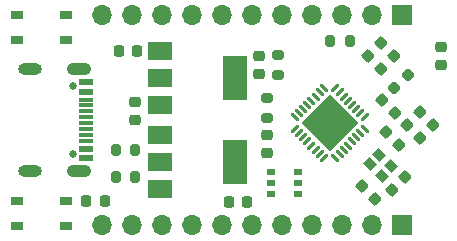
<source format=gbr>
%TF.GenerationSoftware,KiCad,Pcbnew,(6.0.5-0)*%
%TF.CreationDate,2022-07-11T15:01:11+02:00*%
%TF.ProjectId,ESP32-C3_breakout,45535033-322d-4433-935f-627265616b6f,rev?*%
%TF.SameCoordinates,Original*%
%TF.FileFunction,Soldermask,Top*%
%TF.FilePolarity,Negative*%
%FSLAX46Y46*%
G04 Gerber Fmt 4.6, Leading zero omitted, Abs format (unit mm)*
G04 Created by KiCad (PCBNEW (6.0.5-0)) date 2022-07-11 15:01:11*
%MOMM*%
%LPD*%
G01*
G04 APERTURE LIST*
G04 Aperture macros list*
%AMRoundRect*
0 Rectangle with rounded corners*
0 $1 Rounding radius*
0 $2 $3 $4 $5 $6 $7 $8 $9 X,Y pos of 4 corners*
0 Add a 4 corners polygon primitive as box body*
4,1,4,$2,$3,$4,$5,$6,$7,$8,$9,$2,$3,0*
0 Add four circle primitives for the rounded corners*
1,1,$1+$1,$2,$3*
1,1,$1+$1,$4,$5*
1,1,$1+$1,$6,$7*
1,1,$1+$1,$8,$9*
0 Add four rect primitives between the rounded corners*
20,1,$1+$1,$2,$3,$4,$5,0*
20,1,$1+$1,$4,$5,$6,$7,0*
20,1,$1+$1,$6,$7,$8,$9,0*
20,1,$1+$1,$8,$9,$2,$3,0*%
%AMRotRect*
0 Rectangle, with rotation*
0 The origin of the aperture is its center*
0 $1 length*
0 $2 width*
0 $3 Rotation angle, in degrees counterclockwise*
0 Add horizontal line*
21,1,$1,$2,0,0,$3*%
G04 Aperture macros list end*
%ADD10RoundRect,0.200000X-0.200000X-0.275000X0.200000X-0.275000X0.200000X0.275000X-0.200000X0.275000X0*%
%ADD11R,1.050000X0.650000*%
%ADD12RoundRect,0.225000X-0.250000X0.225000X-0.250000X-0.225000X0.250000X-0.225000X0.250000X0.225000X0*%
%ADD13R,0.700000X0.510000*%
%ADD14RotRect,0.900000X0.800000X135.000000*%
%ADD15RoundRect,0.200000X0.275000X-0.200000X0.275000X0.200000X-0.275000X0.200000X-0.275000X-0.200000X0*%
%ADD16RoundRect,0.225000X-0.225000X-0.250000X0.225000X-0.250000X0.225000X0.250000X-0.225000X0.250000X0*%
%ADD17RoundRect,0.225000X-0.335876X-0.017678X-0.017678X-0.335876X0.335876X0.017678X0.017678X0.335876X0*%
%ADD18RoundRect,0.225000X0.250000X-0.225000X0.250000X0.225000X-0.250000X0.225000X-0.250000X-0.225000X0*%
%ADD19RoundRect,0.200000X0.200000X0.275000X-0.200000X0.275000X-0.200000X-0.275000X0.200000X-0.275000X0*%
%ADD20R,2.000000X1.500000*%
%ADD21R,2.000000X3.800000*%
%ADD22RoundRect,0.225000X0.017678X-0.335876X0.335876X-0.017678X-0.017678X0.335876X-0.335876X0.017678X0*%
%ADD23RoundRect,0.218750X0.026517X-0.335876X0.335876X-0.026517X-0.026517X0.335876X-0.335876X0.026517X0*%
%ADD24RoundRect,0.062500X0.220971X0.309359X-0.309359X-0.220971X-0.220971X-0.309359X0.309359X0.220971X0*%
%ADD25RoundRect,0.062500X-0.220971X0.309359X-0.309359X0.220971X0.220971X-0.309359X0.309359X-0.220971X0*%
%ADD26RotRect,3.450000X3.450000X225.000000*%
%ADD27RoundRect,0.225000X-0.017678X0.335876X-0.335876X0.017678X0.017678X-0.335876X0.335876X-0.017678X0*%
%ADD28RoundRect,0.225000X0.225000X0.250000X-0.225000X0.250000X-0.225000X-0.250000X0.225000X-0.250000X0*%
%ADD29C,0.650000*%
%ADD30R,1.150000X0.600000*%
%ADD31R,1.150000X0.300000*%
%ADD32O,2.100000X1.050000*%
%ADD33O,2.000000X1.000000*%
%ADD34R,1.700000X1.700000*%
%ADD35O,1.700000X1.700000*%
G04 APERTURE END LIST*
D10*
%TO.C,R3*%
X160211000Y-74422000D03*
X161861000Y-74422000D03*
%TD*%
D11*
%TO.C,SW2*%
X151849000Y-62933000D03*
X155999000Y-62933000D03*
X151849000Y-65083000D03*
X155999000Y-65083000D03*
%TD*%
D12*
%TO.C,C11*%
X172974000Y-73139000D03*
X172974000Y-74689000D03*
%TD*%
D13*
%TO.C,IC1*%
X173338000Y-76266000D03*
X173338000Y-77216000D03*
X173338000Y-78166000D03*
X175658000Y-78166000D03*
X175658000Y-77216000D03*
X175658000Y-76266000D03*
%TD*%
D14*
%TO.C,Y1*%
X183509883Y-75798066D03*
X182519934Y-74808117D03*
X181742117Y-75585934D03*
X182732066Y-76575883D03*
%TD*%
D15*
%TO.C,R4*%
X173898000Y-68039000D03*
X173898000Y-66389000D03*
%TD*%
D16*
%TO.C,C4*%
X157721000Y-78740000D03*
X159271000Y-78740000D03*
%TD*%
D17*
%TO.C,C13*%
X182712992Y-70190992D03*
X183809008Y-71287008D03*
%TD*%
D18*
%TO.C,C12*%
X187706000Y-67196000D03*
X187706000Y-65646000D03*
%TD*%
D19*
%TO.C,R1*%
X180023000Y-65164000D03*
X178373000Y-65164000D03*
%TD*%
D20*
%TO.C,U1*%
X163982000Y-66026000D03*
X163982000Y-68326000D03*
D21*
X170282000Y-68326000D03*
D20*
X163982000Y-70626000D03*
%TD*%
D22*
%TO.C,C9*%
X181567992Y-66470008D03*
X182664008Y-65373992D03*
%TD*%
D12*
%TO.C,C1*%
X161798000Y-70345000D03*
X161798000Y-71895000D03*
%TD*%
D22*
%TO.C,C8*%
X182649992Y-67562008D03*
X183746008Y-66465992D03*
%TD*%
D17*
%TO.C,C7*%
X184849992Y-72315992D03*
X185946008Y-73412008D03*
%TD*%
D20*
%TO.C,D1*%
X163982000Y-73138000D03*
X163982000Y-75438000D03*
X163982000Y-77738000D03*
D21*
X170282000Y-75438000D03*
%TD*%
D23*
%TO.C,L1*%
X183791153Y-69170847D03*
X184904847Y-68057153D03*
%TD*%
D10*
%TO.C,R2*%
X160211000Y-76708000D03*
X161861000Y-76708000D03*
%TD*%
D15*
%TO.C,R5*%
X172974000Y-71691000D03*
X172974000Y-70041000D03*
%TD*%
D24*
%TO.C,U2*%
X181269010Y-71649864D03*
X180915456Y-71296311D03*
X180561903Y-70942757D03*
X180208349Y-70589204D03*
X179854796Y-70235651D03*
X179501243Y-69882097D03*
X179147689Y-69528544D03*
X178794136Y-69174990D03*
D25*
X177821864Y-69174990D03*
X177468311Y-69528544D03*
X177114757Y-69882097D03*
X176761204Y-70235651D03*
X176407651Y-70589204D03*
X176054097Y-70942757D03*
X175700544Y-71296311D03*
X175346990Y-71649864D03*
D24*
X175346990Y-72622136D03*
X175700544Y-72975689D03*
X176054097Y-73329243D03*
X176407651Y-73682796D03*
X176761204Y-74036349D03*
X177114757Y-74389903D03*
X177468311Y-74743456D03*
X177821864Y-75097010D03*
D25*
X178794136Y-75097010D03*
X179147689Y-74743456D03*
X179501243Y-74389903D03*
X179854796Y-74036349D03*
X180208349Y-73682796D03*
X180561903Y-73329243D03*
X180915456Y-72975689D03*
X181269010Y-72622136D03*
D26*
X178308000Y-72136000D03*
%TD*%
D17*
%TO.C,C10*%
X185949992Y-71215992D03*
X187046008Y-72312008D03*
%TD*%
%TO.C,C6*%
X183093992Y-72857992D03*
X184190008Y-73954008D03*
%TD*%
D27*
%TO.C,C15*%
X184698008Y-76667992D03*
X183601992Y-77764008D03*
%TD*%
D17*
%TO.C,C14*%
X181061992Y-77429992D03*
X182158008Y-78526008D03*
%TD*%
D18*
%TO.C,C3*%
X172348000Y-67989000D03*
X172348000Y-66439000D03*
%TD*%
D11*
%TO.C,SW1*%
X151849000Y-78681000D03*
X155999000Y-78681000D03*
X151849000Y-80831000D03*
X155999000Y-80831000D03*
%TD*%
D16*
%TO.C,C2*%
X160473000Y-66014000D03*
X162023000Y-66014000D03*
%TD*%
D28*
%TO.C,C5*%
X171323000Y-78814000D03*
X169773000Y-78814000D03*
%TD*%
D29*
%TO.C,J1*%
X156588000Y-74772000D03*
X156588000Y-68992000D03*
D30*
X157663000Y-68682000D03*
X157663000Y-69482000D03*
D31*
X157663000Y-70632000D03*
X157663000Y-71632000D03*
X157663000Y-72132000D03*
X157663000Y-73132000D03*
D30*
X157663000Y-75082000D03*
X157663000Y-74282000D03*
D31*
X157663000Y-73632000D03*
X157663000Y-72632000D03*
X157663000Y-71132000D03*
X157663000Y-70132000D03*
D32*
X157088000Y-67562000D03*
D33*
X152908000Y-67562000D03*
X152908000Y-76202000D03*
D32*
X157088000Y-76202000D03*
%TD*%
D34*
%TO.C,J3*%
X184404000Y-62992000D03*
D35*
X181864000Y-62992000D03*
X179324000Y-62992000D03*
X176784000Y-62992000D03*
X174244000Y-62992000D03*
X171704000Y-62992000D03*
X169164000Y-62992000D03*
X166624000Y-62992000D03*
X164084000Y-62992000D03*
X161544000Y-62992000D03*
X159004000Y-62992000D03*
%TD*%
D34*
%TO.C,J2*%
X184404000Y-80772000D03*
D35*
X181864000Y-80772000D03*
X179324000Y-80772000D03*
X176784000Y-80772000D03*
X174244000Y-80772000D03*
X171704000Y-80772000D03*
X169164000Y-80772000D03*
X166624000Y-80772000D03*
X164084000Y-80772000D03*
X161544000Y-80772000D03*
X159004000Y-80772000D03*
%TD*%
M02*

</source>
